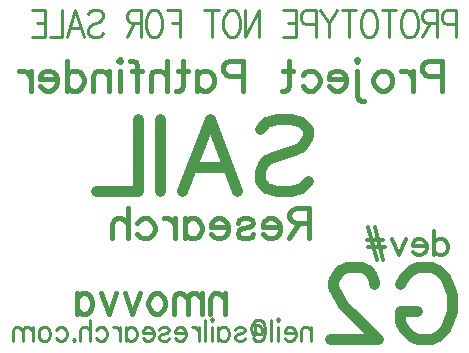
<source format=gbr>
G04 DipTrace 2.4.0.2*
%INBottomSilk.gbr*%
%MOMM*%
%ADD10C,0.25*%
%ADD41O,0.391X0.392*%
%ADD113C,0.941*%
%ADD114C,0.314*%
%ADD115C,0.275*%
%FSLAX53Y53*%
G04*
G71*
G90*
G75*
G01*
%LNBotSilk*%
%LPD*%
X37175Y22998D2*
D41*
X36080D1*
X35718Y23119D1*
X35595Y23242D1*
X35474Y23484D1*
Y23849D1*
X35595Y24090D1*
X35718Y24214D1*
X36080Y24335D1*
X37175D1*
Y21782D1*
X34690Y23484D2*
Y21782D1*
Y22754D2*
X34566Y23119D1*
X34325Y23363D1*
X34080Y23484D1*
X33715D1*
X32325D2*
X32566Y23363D1*
X32810Y23119D1*
X32931Y22754D1*
Y22512D1*
X32810Y22147D1*
X32566Y21906D1*
X32325Y21782D1*
X31960D1*
X31715Y21906D1*
X31474Y22147D1*
X31350Y22512D1*
Y22754D1*
X31474Y23119D1*
X31715Y23363D1*
X31960Y23484D1*
X32325D1*
X30080Y24337D2*
X29957Y24217D1*
X29836Y24337D1*
X29957Y24458D1*
X30080Y24337D1*
X29957Y23487D2*
Y21420D1*
X30080Y21055D1*
X30322Y20934D1*
X30566D1*
X29052Y22754D2*
X27595D1*
Y22998D1*
X27715Y23242D1*
X27836Y23363D1*
X28080Y23484D1*
X28445D1*
X28687Y23363D1*
X28931Y23119D1*
X29052Y22754D1*
Y22512D1*
X28931Y22147D1*
X28687Y21906D1*
X28445Y21782D1*
X28080D1*
X27836Y21906D1*
X27595Y22147D1*
X25350Y23119D2*
X25595Y23363D1*
X25839Y23484D1*
X26201D1*
X26445Y23363D1*
X26687Y23119D1*
X26810Y22754D1*
Y22512D1*
X26687Y22147D1*
X26445Y21906D1*
X26201Y21782D1*
X25839D1*
X25595Y21906D1*
X25350Y22147D1*
X24201Y24335D2*
Y22268D1*
X24080Y21906D1*
X23836Y21782D1*
X23595D1*
X24566Y23484D2*
X23715D1*
X20341Y22998D2*
X19246D1*
X18884Y23119D1*
X18761Y23242D1*
X18640Y23484D1*
Y23849D1*
X18761Y24090D1*
X18884Y24214D1*
X19246Y24335D1*
X20341D1*
Y21782D1*
X16398Y23484D2*
Y21782D1*
Y23119D2*
X16640Y23363D1*
X16884Y23484D1*
X17246D1*
X17490Y23363D1*
X17732Y23119D1*
X17855Y22754D1*
Y22512D1*
X17732Y22147D1*
X17490Y21906D1*
X17246Y21782D1*
X16884D1*
X16640Y21906D1*
X16398Y22147D1*
X15249Y24335D2*
Y22268D1*
X15128Y21906D1*
X14884Y21782D1*
X14643D1*
X15614Y23484D2*
X14763D1*
X13858Y24335D2*
Y21782D1*
Y22998D2*
X13493Y23363D1*
X13249Y23484D1*
X12884D1*
X12642Y23363D1*
X12522Y22998D1*
Y21782D1*
X10766Y24335D2*
X11007D1*
X11252Y24214D1*
X11372Y23849D1*
Y21782D1*
X11737Y23484D2*
X10887D1*
X9982Y24335D2*
X9861Y24214D1*
X9737Y24335D1*
X9861Y24458D1*
X9982Y24335D1*
X9861Y23484D2*
Y21782D1*
X8953Y23484D2*
Y21782D1*
Y22998D2*
X8588Y23363D1*
X8344Y23484D1*
X7982D1*
X7737Y23363D1*
X7617Y22998D1*
Y21782D1*
X5375Y24335D2*
Y21782D1*
Y23119D2*
X5617Y23363D1*
X5861Y23484D1*
X6226D1*
X6467Y23363D1*
X6712Y23119D1*
X6832Y22754D1*
Y22512D1*
X6712Y22147D1*
X6467Y21906D1*
X6226Y21782D1*
X5861D1*
X5617Y21906D1*
X5375Y22147D1*
X4591Y22754D2*
X3134D1*
Y22998D1*
X3254Y23242D1*
X3375Y23363D1*
X3619Y23484D1*
X3984D1*
X4226Y23363D1*
X4470Y23119D1*
X4591Y22754D1*
Y22512D1*
X4470Y22147D1*
X4226Y21906D1*
X3984Y21782D1*
X3619D1*
X3375Y21906D1*
X3134Y22147D1*
X2349Y23484D2*
Y21782D1*
Y22754D2*
X2226Y23119D1*
X1984Y23363D1*
X1740Y23484D1*
X1375D1*
X38348Y27394D2*
D10*
X37560D1*
X37299Y27503D1*
X37210Y27614D1*
X37123Y27832D1*
Y28160D1*
X37210Y28377D1*
X37299Y28489D1*
X37560Y28597D1*
X38348D1*
Y26300D1*
X36723Y27503D2*
X35937D1*
X35674Y27614D1*
X35585Y27723D1*
X35498Y27940D1*
Y28160D1*
X35585Y28377D1*
X35674Y28489D1*
X35937Y28597D1*
X36723D1*
Y26300D1*
X36111Y27503D2*
X35498Y26300D1*
X34572Y28597D2*
X34748Y28489D1*
X34922Y28269D1*
X35011Y28051D1*
X35098Y27723D1*
Y27175D1*
X35011Y26849D1*
X34922Y26629D1*
X34748Y26411D1*
X34572Y26300D1*
X34223D1*
X34049Y26411D1*
X33873Y26629D1*
X33786Y26849D1*
X33699Y27175D1*
Y27723D1*
X33786Y28051D1*
X33873Y28269D1*
X34049Y28489D1*
X34223Y28597D1*
X34572D1*
X32687D2*
Y26300D1*
X33299Y28597D2*
X32074D1*
X31148D2*
X31324Y28489D1*
X31498Y28269D1*
X31587Y28051D1*
X31674Y27723D1*
Y27175D1*
X31587Y26849D1*
X31498Y26629D1*
X31324Y26411D1*
X31148Y26300D1*
X30799D1*
X30625Y26411D1*
X30449Y26629D1*
X30362Y26849D1*
X30275Y27175D1*
Y27723D1*
X30362Y28051D1*
X30449Y28269D1*
X30625Y28489D1*
X30799Y28597D1*
X31148D1*
X29263D2*
Y26300D1*
X29875Y28597D2*
X28650D1*
X28250D2*
X27551Y27503D1*
Y26300D1*
X26851Y28597D2*
X27551Y27503D1*
X26451Y27394D2*
X25663D1*
X25402Y27503D1*
X25313Y27614D1*
X25226Y27832D1*
Y28160D1*
X25313Y28377D1*
X25402Y28489D1*
X25663Y28597D1*
X26451D1*
Y26300D1*
X23690Y28597D2*
X24826D1*
Y26300D1*
X23690D1*
X24826Y27503D2*
X24127D1*
X20452Y28597D2*
Y26300D1*
X21677Y28597D1*
Y26300D1*
X19526Y28597D2*
X19702Y28489D1*
X19876Y28269D1*
X19965Y28051D1*
X20052Y27723D1*
Y27175D1*
X19965Y26849D1*
X19876Y26629D1*
X19702Y26411D1*
X19526Y26300D1*
X19177D1*
X19003Y26411D1*
X18827Y26629D1*
X18740Y26849D1*
X18653Y27175D1*
Y27723D1*
X18740Y28051D1*
X18827Y28269D1*
X19003Y28489D1*
X19177Y28597D1*
X19526D1*
X17641D2*
Y26300D1*
X18253Y28597D2*
X17028D1*
X13877D2*
X15015D1*
Y26300D1*
Y27503D2*
X14316D1*
X12951Y28597D2*
X13127Y28489D1*
X13301Y28269D1*
X13390Y28051D1*
X13477Y27723D1*
Y27175D1*
X13390Y26849D1*
X13301Y26629D1*
X13127Y26411D1*
X12951Y26300D1*
X12602D1*
X12428Y26411D1*
X12252Y26629D1*
X12165Y26849D1*
X12078Y27175D1*
Y27723D1*
X12165Y28051D1*
X12252Y28269D1*
X12428Y28489D1*
X12602Y28597D1*
X12951D1*
X11678Y27503D2*
X10892D1*
X10629Y27614D1*
X10540Y27723D1*
X10453Y27940D1*
Y28160D1*
X10540Y28377D1*
X10629Y28489D1*
X10892Y28597D1*
X11678D1*
Y26300D1*
X11066Y27503D2*
X10453Y26300D1*
X7215Y28269D2*
X7389Y28489D1*
X7652Y28597D1*
X8002D1*
X8264Y28489D1*
X8440Y28269D1*
Y28051D1*
X8351Y27832D1*
X8264Y27723D1*
X8090Y27614D1*
X7565Y27394D1*
X7389Y27286D1*
X7302Y27175D1*
X7215Y26957D1*
Y26629D1*
X7389Y26411D1*
X7652Y26300D1*
X8002D1*
X8264Y26411D1*
X8440Y26629D1*
X5414Y26300D2*
X6116Y28597D1*
X6815Y26300D1*
X6552Y27066D2*
X5677D1*
X5014Y28597D2*
Y26300D1*
X3965D1*
X2429Y28597D2*
X3565D1*
Y26300D1*
X2429D1*
X3565Y27503D2*
X2866D1*
X33615Y5423D2*
D113*
X33905Y6002D1*
X34491Y6589D1*
X35071Y6878D1*
X36237D1*
X36823Y6589D1*
X37402Y6002D1*
X37699Y5423D1*
X37989Y4547D1*
Y3085D1*
X37699Y2215D1*
X37402Y1629D1*
X36823Y1050D1*
X36237Y753D1*
X35071D1*
X34491Y1050D1*
X33905Y1629D1*
X33615Y2215D1*
Y3085D1*
X35071D1*
X31437Y5416D2*
Y5706D1*
X31147Y6292D1*
X30857Y6582D1*
X30271Y6872D1*
X29105D1*
X28526Y6582D1*
X28236Y6292D1*
X27939Y5706D1*
Y5126D1*
X28236Y4540D1*
X28815Y3671D1*
X31733Y753D1*
X27650D1*
X36507Y9882D2*
D114*
Y7840D1*
Y8909D2*
X36701Y9105D1*
X36896Y9201D1*
X37188D1*
X37381Y9105D1*
X37577Y8909D1*
X37673Y8617D1*
Y8424D1*
X37577Y8132D1*
X37381Y7939D1*
X37188Y7840D1*
X36896D1*
X36701Y7939D1*
X36507Y8132D1*
X35880Y8617D2*
X34714D1*
Y8813D1*
X34811Y9008D1*
X34907Y9105D1*
X35103Y9201D1*
X35395D1*
X35588Y9105D1*
X35783Y8909D1*
X35880Y8617D1*
Y8424D1*
X35783Y8132D1*
X35588Y7939D1*
X35395Y7840D1*
X35103D1*
X34907Y7939D1*
X34714Y8132D1*
X34087Y9201D2*
X33503Y7840D1*
X32921Y9201D1*
X31516Y10269D2*
X32195Y7450D1*
X30932Y10269D2*
X31613Y7450D1*
X32195Y9152D2*
X30836D1*
X32294Y8568D2*
X30932D1*
X21714Y18502D2*
D113*
X22293Y19089D1*
X23169Y19378D1*
X24335D1*
X25211Y19089D1*
X25797Y18502D1*
Y17923D1*
X25501Y17337D1*
X25211Y17047D1*
X24631Y16757D1*
X22879Y16171D1*
X22293Y15881D1*
X22003Y15585D1*
X21714Y15005D1*
Y14129D1*
X22293Y13550D1*
X23169Y13253D1*
X24335D1*
X25211Y13550D1*
X25797Y14129D1*
X15161Y13253D2*
X17500Y19378D1*
X19831Y13253D1*
X18955Y15295D2*
X16037D1*
X13279Y19378D2*
Y13253D1*
X11397Y19378D2*
Y13253D1*
X7900D1*
X25920Y10619D2*
D41*
X24828D1*
X24463Y10742D1*
X24340Y10863D1*
X24219Y11105D1*
Y11349D1*
X24340Y11590D1*
X24463Y11714D1*
X24828Y11835D1*
X25920D1*
Y9282D1*
X25070Y10619D2*
X24219Y9282D1*
X23435Y10254D2*
X21977D1*
Y10498D1*
X22098Y10742D1*
X22219Y10863D1*
X22463Y10984D1*
X22828D1*
X23070Y10863D1*
X23314Y10619D1*
X23435Y10254D1*
Y10012D1*
X23314Y9647D1*
X23070Y9406D1*
X22828Y9282D1*
X22463D1*
X22219Y9406D1*
X21977Y9647D1*
X19857Y10619D2*
X19977Y10863D1*
X20342Y10984D1*
X20707D1*
X21072Y10863D1*
X21193Y10619D1*
X21072Y10377D1*
X20828Y10254D1*
X20222Y10133D1*
X19977Y10012D1*
X19857Y9768D1*
Y9647D1*
X19977Y9406D1*
X20342Y9282D1*
X20707D1*
X21072Y9406D1*
X21193Y9647D1*
X19072Y10254D2*
X17615D1*
Y10498D1*
X17736Y10742D1*
X17857Y10863D1*
X18101Y10984D1*
X18466D1*
X18707Y10863D1*
X18952Y10619D1*
X19072Y10254D1*
Y10012D1*
X18952Y9647D1*
X18707Y9406D1*
X18466Y9282D1*
X18101D1*
X17857Y9406D1*
X17615Y9647D1*
X15374Y10984D2*
Y9282D1*
Y10619D2*
X15615Y10863D1*
X15859Y10984D1*
X16222D1*
X16466Y10863D1*
X16707Y10619D1*
X16831Y10254D1*
Y10012D1*
X16707Y9647D1*
X16466Y9406D1*
X16222Y9282D1*
X15859D1*
X15615Y9406D1*
X15374Y9647D1*
X14589Y10984D2*
Y9282D1*
Y10254D2*
X14466Y10619D1*
X14224Y10863D1*
X13980Y10984D1*
X13615D1*
X11371Y10619D2*
X11615Y10863D1*
X11859Y10984D1*
X12222D1*
X12466Y10863D1*
X12707Y10619D1*
X12831Y10254D1*
Y10012D1*
X12707Y9647D1*
X12466Y9406D1*
X12222Y9282D1*
X11859D1*
X11615Y9406D1*
X11371Y9647D1*
X10586Y11835D2*
Y9282D1*
Y10498D2*
X10221Y10863D1*
X9977Y10984D1*
X9612D1*
X9371Y10863D1*
X9250Y10498D1*
Y9282D1*
X18747Y4609D2*
Y2907D1*
Y4123D2*
X18419Y4488D1*
X18199Y4609D1*
X17873D1*
X17653Y4488D1*
X17545Y4123D1*
Y2907D1*
X16839Y4609D2*
Y2907D1*
Y4123D2*
X16510Y4488D1*
X16290Y4609D1*
X15964D1*
X15745Y4488D1*
X15636Y4123D1*
Y2907D1*
Y4123D2*
X15307Y4488D1*
X15088Y4609D1*
X14762D1*
X14542Y4488D1*
X14431Y4123D1*
Y2907D1*
X13179Y4609D2*
X13396Y4488D1*
X13616Y4244D1*
X13725Y3879D1*
Y3637D1*
X13616Y3272D1*
X13396Y3031D1*
X13179Y2907D1*
X12850D1*
X12631Y3031D1*
X12413Y3272D1*
X12302Y3637D1*
Y3879D1*
X12413Y4244D1*
X12631Y4488D1*
X12850Y4609D1*
X13179D1*
X11596D2*
X10939Y2907D1*
X10285Y4609D1*
X9579D2*
X8922Y2907D1*
X8267Y4609D1*
X6250D2*
Y2907D1*
Y4244D2*
X6467Y4488D1*
X6687Y4609D1*
X7013D1*
X7233Y4488D1*
X7450Y4244D1*
X7561Y3879D1*
Y3637D1*
X7450Y3272D1*
X7233Y3031D1*
X7013Y2907D1*
X6687D1*
X6467Y3031D1*
X6250Y3272D1*
X26091Y1810D2*
D115*
Y619D1*
Y1470D2*
X25861Y1725D1*
X25707Y1810D1*
X25479D1*
X25325Y1725D1*
X25249Y1470D1*
Y619D1*
X24755Y1299D2*
X23837D1*
Y1470D1*
X23913Y1641D1*
X23989Y1725D1*
X24143Y1810D1*
X24373D1*
X24525Y1725D1*
X24679Y1555D1*
X24755Y1299D1*
Y1130D1*
X24679Y874D1*
X24525Y705D1*
X24373Y619D1*
X24143D1*
X23989Y705D1*
X23837Y874D1*
X23343Y2406D2*
X23267Y2321D1*
X23189Y2406D1*
X23267Y2492D1*
X23343Y2406D1*
X23267Y1810D2*
Y619D1*
X22695Y2406D2*
Y619D1*
X21359Y1979D2*
X21589D1*
X21741Y1895D1*
X21819Y1810D1*
X21895Y1639D1*
Y1299D1*
X21819Y1214D1*
X21665D1*
X21359Y1299D1*
X21283Y1130D1*
X21207D1*
X21053Y1299D1*
X20977Y1724D1*
X21053Y1979D1*
X21129Y2150D1*
X21283Y2319D1*
X21435Y2404D1*
X21741D1*
X21895Y2319D1*
X22047Y2150D1*
X22125Y1979D1*
X22201Y1724D1*
Y1299D1*
X22125Y1044D1*
X22047Y874D1*
X21895Y703D1*
X21741Y619D1*
X21435D1*
X21283Y703D1*
X21129Y874D1*
X21359Y2064D2*
Y1299D1*
X19641Y1555D2*
X19717Y1725D1*
X19947Y1810D1*
X20177D1*
X20406Y1725D1*
X20483Y1555D1*
X20406Y1385D1*
X20253Y1299D1*
X19870Y1214D1*
X19717Y1130D1*
X19641Y959D1*
Y874D1*
X19717Y705D1*
X19947Y619D1*
X20177D1*
X20406Y705D1*
X20483Y874D1*
X18228Y1810D2*
Y619D1*
Y1555D2*
X18381Y1725D1*
X18534Y1810D1*
X18763D1*
X18916Y1725D1*
X19069Y1555D1*
X19146Y1299D1*
Y1130D1*
X19069Y874D1*
X18916Y705D1*
X18763Y619D1*
X18534D1*
X18381Y705D1*
X18228Y874D1*
X17734Y2406D2*
X17658Y2321D1*
X17580Y2406D1*
X17658Y2492D1*
X17734Y2406D1*
X17658Y1810D2*
Y619D1*
X17086Y2406D2*
Y619D1*
X16592Y1810D2*
Y619D1*
Y1299D2*
X16514Y1555D1*
X16362Y1725D1*
X16208Y1810D1*
X15978D1*
X15484Y1299D2*
X14566D1*
Y1470D1*
X14642Y1641D1*
X14718Y1725D1*
X14872Y1810D1*
X15102D1*
X15254Y1725D1*
X15408Y1555D1*
X15484Y1299D1*
Y1130D1*
X15408Y874D1*
X15254Y705D1*
X15102Y619D1*
X14872D1*
X14718Y705D1*
X14566Y874D1*
X13230Y1555D2*
X13306Y1725D1*
X13536Y1810D1*
X13766D1*
X13996Y1725D1*
X14072Y1555D1*
X13996Y1385D1*
X13842Y1299D1*
X13460Y1214D1*
X13306Y1130D1*
X13230Y959D1*
Y874D1*
X13306Y705D1*
X13536Y619D1*
X13766D1*
X13996Y705D1*
X14072Y874D1*
X12736Y1299D2*
X11818D1*
Y1470D1*
X11894Y1641D1*
X11970Y1725D1*
X12124Y1810D1*
X12354D1*
X12506Y1725D1*
X12660Y1555D1*
X12736Y1299D1*
Y1130D1*
X12660Y874D1*
X12506Y705D1*
X12354Y619D1*
X12124D1*
X11970Y705D1*
X11818Y874D1*
X10406Y1810D2*
Y619D1*
Y1555D2*
X10558Y1725D1*
X10712Y1810D1*
X10940D1*
X11094Y1725D1*
X11246Y1555D1*
X11324Y1299D1*
Y1130D1*
X11246Y874D1*
X11094Y705D1*
X10940Y619D1*
X10712D1*
X10558Y705D1*
X10406Y874D1*
X9912Y1810D2*
Y619D1*
Y1299D2*
X9834Y1555D1*
X9682Y1725D1*
X9528Y1810D1*
X9298D1*
X7884Y1555D2*
X8038Y1725D1*
X8192Y1810D1*
X8420D1*
X8574Y1725D1*
X8726Y1555D1*
X8804Y1299D1*
Y1130D1*
X8726Y874D1*
X8574Y705D1*
X8420Y619D1*
X8192D1*
X8038Y705D1*
X7884Y874D1*
X7390Y2406D2*
Y619D1*
Y1470D2*
X7160Y1725D1*
X7006Y1810D1*
X6776D1*
X6624Y1725D1*
X6548Y1470D1*
Y619D1*
X5978Y790D2*
X6054Y703D1*
X5978Y619D1*
X5900Y703D1*
X5978Y790D1*
X4486Y1555D2*
X4640Y1725D1*
X4794Y1810D1*
X5022D1*
X5176Y1725D1*
X5328Y1555D1*
X5406Y1299D1*
Y1130D1*
X5328Y874D1*
X5176Y705D1*
X5022Y619D1*
X4794D1*
X4640Y705D1*
X4486Y874D1*
X3610Y1810D2*
X3762Y1725D1*
X3916Y1555D1*
X3992Y1299D1*
Y1130D1*
X3916Y874D1*
X3762Y705D1*
X3610Y619D1*
X3380D1*
X3226Y705D1*
X3074Y874D1*
X2996Y1130D1*
Y1299D1*
X3074Y1555D1*
X3226Y1725D1*
X3380Y1810D1*
X3610D1*
X2502D2*
Y619D1*
Y1470D2*
X2272Y1725D1*
X2118Y1810D1*
X1890D1*
X1736Y1725D1*
X1660Y1470D1*
Y619D1*
Y1470D2*
X1430Y1725D1*
X1276Y1810D1*
X1048D1*
X894Y1725D1*
X816Y1470D1*
Y619D1*
M02*

</source>
